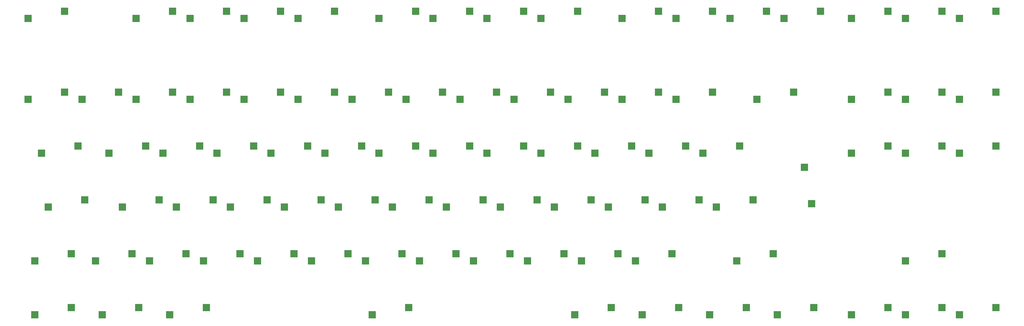
<source format=gbp>
G04 #@! TF.GenerationSoftware,KiCad,Pcbnew,(5.1.10)-1*
G04 #@! TF.CreationDate,2021-10-25T12:05:38+01:00*
G04 #@! TF.ProjectId,ENV_KB_RGB,454e565f-4b42-45f5-9247-422e6b696361,Rev.1*
G04 #@! TF.SameCoordinates,Original*
G04 #@! TF.FileFunction,Paste,Bot*
G04 #@! TF.FilePolarity,Positive*
%FSLAX46Y46*%
G04 Gerber Fmt 4.6, Leading zero omitted, Abs format (unit mm)*
G04 Created by KiCad (PCBNEW (5.1.10)-1) date 2021-10-25 12:05:38*
%MOMM*%
%LPD*%
G01*
G04 APERTURE LIST*
%ADD10R,2.550000X2.500000*%
%ADD11R,2.500000X2.550000*%
G04 APERTURE END LIST*
D10*
X381152500Y-201480000D03*
X368252500Y-204020000D03*
X362102500Y-201480000D03*
X349202500Y-204020000D03*
X343052500Y-201480000D03*
X330152500Y-204020000D03*
X316858750Y-201480000D03*
X303958750Y-204020000D03*
X293046250Y-201480000D03*
X280146250Y-204020000D03*
X269233750Y-201480000D03*
X256333750Y-204020000D03*
X245421250Y-201480000D03*
X232521250Y-204020000D03*
X173983750Y-201480000D03*
X161083750Y-204020000D03*
X102546250Y-201480000D03*
X89646250Y-204020000D03*
X78733750Y-201480000D03*
X65833750Y-204020000D03*
X54921250Y-201480000D03*
X42021250Y-204020000D03*
X362102500Y-182430000D03*
X349202500Y-184970000D03*
X302571250Y-182430000D03*
X289671250Y-184970000D03*
X266852500Y-182430000D03*
X253952500Y-184970000D03*
X247802500Y-182430000D03*
X234902500Y-184970000D03*
X228752500Y-182430000D03*
X215852500Y-184970000D03*
X209702500Y-182430000D03*
X196802500Y-184970000D03*
X190652500Y-182430000D03*
X177752500Y-184970000D03*
X171602500Y-182430000D03*
X158702500Y-184970000D03*
X152552500Y-182430000D03*
X139652500Y-184970000D03*
X133502500Y-182430000D03*
X120602500Y-184970000D03*
X114452500Y-182430000D03*
X101552500Y-184970000D03*
X95402500Y-182430000D03*
X82502500Y-184970000D03*
X76352500Y-182430000D03*
X63452500Y-184970000D03*
X54921250Y-182430000D03*
X42021250Y-184970000D03*
D11*
X316105000Y-164750000D03*
X313565000Y-151850000D03*
D10*
X295427500Y-163380000D03*
X282527500Y-165920000D03*
X276377500Y-163380000D03*
X263477500Y-165920000D03*
X257327500Y-163380000D03*
X244427500Y-165920000D03*
X238277500Y-163380000D03*
X225377500Y-165920000D03*
X219227500Y-163380000D03*
X206327500Y-165920000D03*
X200177500Y-163380000D03*
X187277500Y-165920000D03*
X181127500Y-163380000D03*
X168227500Y-165920000D03*
X162077500Y-163380000D03*
X149177500Y-165920000D03*
X143027500Y-163380000D03*
X130127500Y-165920000D03*
X123977500Y-163380000D03*
X111077500Y-165920000D03*
X104927500Y-163380000D03*
X92027500Y-165920000D03*
X85877500Y-163380000D03*
X72977500Y-165920000D03*
X59683750Y-163380000D03*
X46783750Y-165920000D03*
X381152500Y-144330000D03*
X368252500Y-146870000D03*
X362102500Y-144330000D03*
X349202500Y-146870000D03*
X343052500Y-144330000D03*
X330152500Y-146870000D03*
X290665000Y-144330000D03*
X277765000Y-146870000D03*
X271615000Y-144330000D03*
X258715000Y-146870000D03*
X252565000Y-144330000D03*
X239665000Y-146870000D03*
X233515000Y-144330000D03*
X220615000Y-146870000D03*
X214465000Y-144330000D03*
X201565000Y-146870000D03*
X195415000Y-144330000D03*
X182515000Y-146870000D03*
X176365000Y-144330000D03*
X163465000Y-146870000D03*
X157315000Y-144330000D03*
X144415000Y-146870000D03*
X138265000Y-144330000D03*
X125365000Y-146870000D03*
X119215000Y-144330000D03*
X106315000Y-146870000D03*
X100165000Y-144330000D03*
X87265000Y-146870000D03*
X81115000Y-144330000D03*
X68215000Y-146870000D03*
X57302500Y-144330000D03*
X44402500Y-146870000D03*
X381152500Y-125280000D03*
X368252500Y-127820000D03*
X362102500Y-125280000D03*
X349202500Y-127820000D03*
X343052500Y-125280000D03*
X330152500Y-127820000D03*
X309715000Y-125280000D03*
X296815000Y-127820000D03*
X281140000Y-125280000D03*
X268240000Y-127820000D03*
X262090000Y-125280000D03*
X249190000Y-127820000D03*
X243040000Y-125280000D03*
X230140000Y-127820000D03*
X223990000Y-125280000D03*
X211090000Y-127820000D03*
X204940000Y-125280000D03*
X192040000Y-127820000D03*
X185890000Y-125280000D03*
X172990000Y-127820000D03*
X166840000Y-125280000D03*
X153940000Y-127820000D03*
X147790000Y-125280000D03*
X134890000Y-127820000D03*
X128740000Y-125280000D03*
X115840000Y-127820000D03*
X109690000Y-125280000D03*
X96790000Y-127820000D03*
X90640000Y-125280000D03*
X77740000Y-127820000D03*
X71590000Y-125280000D03*
X58690000Y-127820000D03*
X52540000Y-125280000D03*
X39640000Y-127820000D03*
X381152500Y-96705000D03*
X368252500Y-99245000D03*
X362102500Y-96705000D03*
X349202500Y-99245000D03*
X343052500Y-96705000D03*
X330152500Y-99245000D03*
X319240000Y-96705000D03*
X306340000Y-99245000D03*
X300190000Y-96705000D03*
X287290000Y-99245000D03*
X281140000Y-96705000D03*
X268240000Y-99245000D03*
X262090000Y-96705000D03*
X249190000Y-99245000D03*
X233515000Y-96705000D03*
X220615000Y-99245000D03*
X214465000Y-96705000D03*
X201565000Y-99245000D03*
X195415000Y-96705000D03*
X182515000Y-99245000D03*
X176365000Y-96705000D03*
X163465000Y-99245000D03*
X147790000Y-96705000D03*
X134890000Y-99245000D03*
X128740000Y-96705000D03*
X115840000Y-99245000D03*
X109690000Y-96705000D03*
X96790000Y-99245000D03*
X90640000Y-96705000D03*
X77740000Y-99245000D03*
X52540000Y-96705000D03*
X39640000Y-99245000D03*
M02*

</source>
